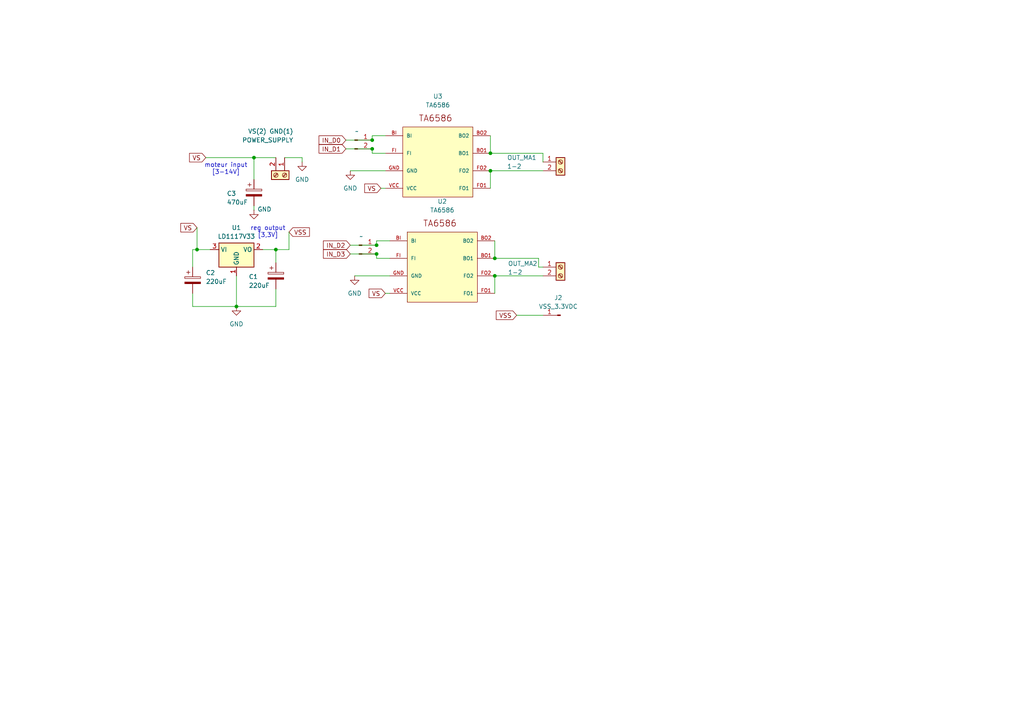
<source format=kicad_sch>
(kicad_sch
	(version 20250114)
	(generator "eeschema")
	(generator_version "9.0")
	(uuid "21393bbb-0935-40c2-9297-a94e99754b18")
	(paper "A4")
	(lib_symbols
		(symbol "Connector:Conn_01x01_Pin"
			(pin_names
				(offset 1.016)
				(hide yes)
			)
			(exclude_from_sim no)
			(in_bom yes)
			(on_board yes)
			(property "Reference" "J"
				(at 0 2.54 0)
				(effects
					(font
						(size 1.27 1.27)
					)
				)
			)
			(property "Value" "Conn_01x01_Pin"
				(at 0 -2.54 0)
				(effects
					(font
						(size 1.27 1.27)
					)
				)
			)
			(property "Footprint" ""
				(at 0 0 0)
				(effects
					(font
						(size 1.27 1.27)
					)
					(hide yes)
				)
			)
			(property "Datasheet" "~"
				(at 0 0 0)
				(effects
					(font
						(size 1.27 1.27)
					)
					(hide yes)
				)
			)
			(property "Description" "Generic connector, single row, 01x01, script generated"
				(at 0 0 0)
				(effects
					(font
						(size 1.27 1.27)
					)
					(hide yes)
				)
			)
			(property "ki_locked" ""
				(at 0 0 0)
				(effects
					(font
						(size 1.27 1.27)
					)
				)
			)
			(property "ki_keywords" "connector"
				(at 0 0 0)
				(effects
					(font
						(size 1.27 1.27)
					)
					(hide yes)
				)
			)
			(property "ki_fp_filters" "Connector*:*_1x??_*"
				(at 0 0 0)
				(effects
					(font
						(size 1.27 1.27)
					)
					(hide yes)
				)
			)
			(symbol "Conn_01x01_Pin_1_1"
				(rectangle
					(start 0.8636 0.127)
					(end 0 -0.127)
					(stroke
						(width 0.1524)
						(type default)
					)
					(fill
						(type outline)
					)
				)
				(polyline
					(pts
						(xy 1.27 0) (xy 0.8636 0)
					)
					(stroke
						(width 0.1524)
						(type default)
					)
					(fill
						(type none)
					)
				)
				(pin passive line
					(at 5.08 0 180)
					(length 3.81)
					(name "Pin_1"
						(effects
							(font
								(size 1.27 1.27)
							)
						)
					)
					(number "1"
						(effects
							(font
								(size 1.27 1.27)
							)
						)
					)
				)
			)
			(embedded_fonts no)
		)
		(symbol "Connector:Conn_01x02_Pin"
			(pin_names
				(offset 1.016)
				(hide yes)
			)
			(exclude_from_sim no)
			(in_bom yes)
			(on_board yes)
			(property "Reference" "J"
				(at 0 2.54 0)
				(effects
					(font
						(size 1.27 1.27)
					)
				)
			)
			(property "Value" "Conn_01x02_Pin"
				(at 0 -5.08 0)
				(effects
					(font
						(size 1.27 1.27)
					)
				)
			)
			(property "Footprint" ""
				(at 0 0 0)
				(effects
					(font
						(size 1.27 1.27)
					)
					(hide yes)
				)
			)
			(property "Datasheet" "~"
				(at 0 0 0)
				(effects
					(font
						(size 1.27 1.27)
					)
					(hide yes)
				)
			)
			(property "Description" "Generic connector, single row, 01x02, script generated"
				(at 0 0 0)
				(effects
					(font
						(size 1.27 1.27)
					)
					(hide yes)
				)
			)
			(property "ki_locked" ""
				(at 0 0 0)
				(effects
					(font
						(size 1.27 1.27)
					)
				)
			)
			(property "ki_keywords" "connector"
				(at 0 0 0)
				(effects
					(font
						(size 1.27 1.27)
					)
					(hide yes)
				)
			)
			(property "ki_fp_filters" "Connector*:*_1x??_*"
				(at 0 0 0)
				(effects
					(font
						(size 1.27 1.27)
					)
					(hide yes)
				)
			)
			(symbol "Conn_01x02_Pin_1_1"
				(rectangle
					(start 0.8636 0.127)
					(end 0 -0.127)
					(stroke
						(width 0.1524)
						(type default)
					)
					(fill
						(type outline)
					)
				)
				(rectangle
					(start 0.8636 -2.413)
					(end 0 -2.667)
					(stroke
						(width 0.1524)
						(type default)
					)
					(fill
						(type outline)
					)
				)
				(polyline
					(pts
						(xy 1.27 0) (xy 0.8636 0)
					)
					(stroke
						(width 0.1524)
						(type default)
					)
					(fill
						(type none)
					)
				)
				(polyline
					(pts
						(xy 1.27 -2.54) (xy 0.8636 -2.54)
					)
					(stroke
						(width 0.1524)
						(type default)
					)
					(fill
						(type none)
					)
				)
				(pin passive line
					(at 5.08 0 180)
					(length 3.81)
					(name "Pin_1"
						(effects
							(font
								(size 1.27 1.27)
							)
						)
					)
					(number "1"
						(effects
							(font
								(size 1.27 1.27)
							)
						)
					)
				)
				(pin passive line
					(at 5.08 -2.54 180)
					(length 3.81)
					(name "Pin_2"
						(effects
							(font
								(size 1.27 1.27)
							)
						)
					)
					(number "2"
						(effects
							(font
								(size 1.27 1.27)
							)
						)
					)
				)
			)
			(embedded_fonts no)
		)
		(symbol "Connector:Screw_Terminal_01x02"
			(pin_names
				(offset 1.016)
				(hide yes)
			)
			(exclude_from_sim no)
			(in_bom yes)
			(on_board yes)
			(property "Reference" "J"
				(at 0 2.54 0)
				(effects
					(font
						(size 1.27 1.27)
					)
				)
			)
			(property "Value" "Screw_Terminal_01x02"
				(at 0 -5.08 0)
				(effects
					(font
						(size 1.27 1.27)
					)
				)
			)
			(property "Footprint" ""
				(at 0 0 0)
				(effects
					(font
						(size 1.27 1.27)
					)
					(hide yes)
				)
			)
			(property "Datasheet" "~"
				(at 0 0 0)
				(effects
					(font
						(size 1.27 1.27)
					)
					(hide yes)
				)
			)
			(property "Description" "Generic screw terminal, single row, 01x02, script generated (kicad-library-utils/schlib/autogen/connector/)"
				(at 0 0 0)
				(effects
					(font
						(size 1.27 1.27)
					)
					(hide yes)
				)
			)
			(property "ki_keywords" "screw terminal"
				(at 0 0 0)
				(effects
					(font
						(size 1.27 1.27)
					)
					(hide yes)
				)
			)
			(property "ki_fp_filters" "TerminalBlock*:*"
				(at 0 0 0)
				(effects
					(font
						(size 1.27 1.27)
					)
					(hide yes)
				)
			)
			(symbol "Screw_Terminal_01x02_1_1"
				(rectangle
					(start -1.27 1.27)
					(end 1.27 -3.81)
					(stroke
						(width 0.254)
						(type default)
					)
					(fill
						(type background)
					)
				)
				(polyline
					(pts
						(xy -0.5334 0.3302) (xy 0.3302 -0.508)
					)
					(stroke
						(width 0.1524)
						(type default)
					)
					(fill
						(type none)
					)
				)
				(polyline
					(pts
						(xy -0.5334 -2.2098) (xy 0.3302 -3.048)
					)
					(stroke
						(width 0.1524)
						(type default)
					)
					(fill
						(type none)
					)
				)
				(polyline
					(pts
						(xy -0.3556 0.508) (xy 0.508 -0.3302)
					)
					(stroke
						(width 0.1524)
						(type default)
					)
					(fill
						(type none)
					)
				)
				(polyline
					(pts
						(xy -0.3556 -2.032) (xy 0.508 -2.8702)
					)
					(stroke
						(width 0.1524)
						(type default)
					)
					(fill
						(type none)
					)
				)
				(circle
					(center 0 0)
					(radius 0.635)
					(stroke
						(width 0.1524)
						(type default)
					)
					(fill
						(type none)
					)
				)
				(circle
					(center 0 -2.54)
					(radius 0.635)
					(stroke
						(width 0.1524)
						(type default)
					)
					(fill
						(type none)
					)
				)
				(pin passive line
					(at -5.08 0 0)
					(length 3.81)
					(name "Pin_1"
						(effects
							(font
								(size 1.27 1.27)
							)
						)
					)
					(number "1"
						(effects
							(font
								(size 1.27 1.27)
							)
						)
					)
				)
				(pin passive line
					(at -5.08 -2.54 0)
					(length 3.81)
					(name "Pin_2"
						(effects
							(font
								(size 1.27 1.27)
							)
						)
					)
					(number "2"
						(effects
							(font
								(size 1.27 1.27)
							)
						)
					)
				)
			)
			(embedded_fonts no)
		)
		(symbol "Device:C_Polarized"
			(pin_numbers
				(hide yes)
			)
			(pin_names
				(offset 0.254)
			)
			(exclude_from_sim no)
			(in_bom yes)
			(on_board yes)
			(property "Reference" "C"
				(at 0.635 2.54 0)
				(effects
					(font
						(size 1.27 1.27)
					)
					(justify left)
				)
			)
			(property "Value" "C_Polarized"
				(at 0.635 -2.54 0)
				(effects
					(font
						(size 1.27 1.27)
					)
					(justify left)
				)
			)
			(property "Footprint" ""
				(at 0.9652 -3.81 0)
				(effects
					(font
						(size 1.27 1.27)
					)
					(hide yes)
				)
			)
			(property "Datasheet" "~"
				(at 0 0 0)
				(effects
					(font
						(size 1.27 1.27)
					)
					(hide yes)
				)
			)
			(property "Description" "Polarized capacitor"
				(at 0 0 0)
				(effects
					(font
						(size 1.27 1.27)
					)
					(hide yes)
				)
			)
			(property "ki_keywords" "cap capacitor"
				(at 0 0 0)
				(effects
					(font
						(size 1.27 1.27)
					)
					(hide yes)
				)
			)
			(property "ki_fp_filters" "CP_*"
				(at 0 0 0)
				(effects
					(font
						(size 1.27 1.27)
					)
					(hide yes)
				)
			)
			(symbol "C_Polarized_0_1"
				(rectangle
					(start -2.286 0.508)
					(end 2.286 1.016)
					(stroke
						(width 0)
						(type default)
					)
					(fill
						(type none)
					)
				)
				(polyline
					(pts
						(xy -1.778 2.286) (xy -0.762 2.286)
					)
					(stroke
						(width 0)
						(type default)
					)
					(fill
						(type none)
					)
				)
				(polyline
					(pts
						(xy -1.27 2.794) (xy -1.27 1.778)
					)
					(stroke
						(width 0)
						(type default)
					)
					(fill
						(type none)
					)
				)
				(rectangle
					(start 2.286 -0.508)
					(end -2.286 -1.016)
					(stroke
						(width 0)
						(type default)
					)
					(fill
						(type outline)
					)
				)
			)
			(symbol "C_Polarized_1_1"
				(pin passive line
					(at 0 3.81 270)
					(length 2.794)
					(name "~"
						(effects
							(font
								(size 1.27 1.27)
							)
						)
					)
					(number "1"
						(effects
							(font
								(size 1.27 1.27)
							)
						)
					)
				)
				(pin passive line
					(at 0 -3.81 90)
					(length 2.794)
					(name "~"
						(effects
							(font
								(size 1.27 1.27)
							)
						)
					)
					(number "2"
						(effects
							(font
								(size 1.27 1.27)
							)
						)
					)
				)
			)
			(embedded_fonts no)
		)
		(symbol "Regulator_Linear:LD1117V33"
			(exclude_from_sim no)
			(in_bom yes)
			(on_board yes)
			(property "Reference" "U"
				(at -3.81 3.175 0)
				(effects
					(font
						(size 1.27 1.27)
					)
				)
			)
			(property "Value" "LD1117V33"
				(at 0 3.175 0)
				(effects
					(font
						(size 1.27 1.27)
					)
					(justify left)
				)
			)
			(property "Footprint" "Package_TO_SOT_THT:TO-220-3_Vertical"
				(at 0 5.08 0)
				(effects
					(font
						(size 1.27 1.27)
					)
					(hide yes)
				)
			)
			(property "Datasheet" "https://www.st.com/resource/en/datasheet/ld1117.pdf"
				(at 2.54 -6.35 0)
				(effects
					(font
						(size 1.27 1.27)
					)
					(hide yes)
				)
			)
			(property "Description" "800 mA Fixed Low Drop Positive Voltage Regulator (ldo). Max input 15V. Fixed Output 3.3V. TO-220-3"
				(at 0 0 0)
				(effects
					(font
						(size 1.27 1.27)
					)
					(hide yes)
				)
			)
			(property "ki_keywords" "low-dropout-regulator ldo"
				(at 0 0 0)
				(effects
					(font
						(size 1.27 1.27)
					)
					(hide yes)
				)
			)
			(property "ki_fp_filters" "*TO?220*"
				(at 0 0 0)
				(effects
					(font
						(size 1.27 1.27)
					)
					(hide yes)
				)
			)
			(symbol "LD1117V33_0_1"
				(rectangle
					(start -5.08 -5.08)
					(end 5.08 1.905)
					(stroke
						(width 0.254)
						(type default)
					)
					(fill
						(type background)
					)
				)
			)
			(symbol "LD1117V33_1_1"
				(pin power_in line
					(at -7.62 0 0)
					(length 2.54)
					(name "VI"
						(effects
							(font
								(size 1.27 1.27)
							)
						)
					)
					(number "3"
						(effects
							(font
								(size 1.27 1.27)
							)
						)
					)
				)
				(pin power_in line
					(at 0 -7.62 90)
					(length 2.54)
					(name "GND"
						(effects
							(font
								(size 1.27 1.27)
							)
						)
					)
					(number "1"
						(effects
							(font
								(size 1.27 1.27)
							)
						)
					)
				)
				(pin power_out line
					(at 7.62 0 180)
					(length 2.54)
					(name "VO"
						(effects
							(font
								(size 1.27 1.27)
							)
						)
					)
					(number "2"
						(effects
							(font
								(size 1.27 1.27)
							)
						)
					)
				)
			)
			(embedded_fonts no)
		)
		(symbol "TA6586:TA6586"
			(pin_names
				(offset 1.016)
			)
			(exclude_from_sim no)
			(in_bom yes)
			(on_board yes)
			(property "Reference" "U"
				(at 0 0 0)
				(effects
					(font
						(size 1.27 1.27)
					)
					(justify bottom)
				)
			)
			(property "Value" "TA6586"
				(at 0 0 0)
				(effects
					(font
						(size 1.27 1.27)
					)
					(justify bottom)
				)
			)
			(property "Footprint" "TA6586:TA6586-FOOTPRINT"
				(at 0 0 0)
				(effects
					(font
						(size 1.27 1.27)
					)
					(justify bottom)
					(hide yes)
				)
			)
			(property "Datasheet" ""
				(at 0 0 0)
				(effects
					(font
						(size 1.27 1.27)
					)
					(hide yes)
				)
			)
			(property "Description" ""
				(at 0 0 0)
				(effects
					(font
						(size 1.27 1.27)
					)
					(hide yes)
				)
			)
			(property "MF" "Wuxi"
				(at 0 0 0)
				(effects
					(font
						(size 1.27 1.27)
					)
					(justify bottom)
					(hide yes)
				)
			)
			(property "Description_1" "DC Bidirectional motor driving circuit"
				(at 0 0 0)
				(effects
					(font
						(size 1.27 1.27)
					)
					(justify bottom)
					(hide yes)
				)
			)
			(property "Package" "Package"
				(at 0 0 0)
				(effects
					(font
						(size 1.27 1.27)
					)
					(justify bottom)
					(hide yes)
				)
			)
			(property "Price" "None"
				(at 0 0 0)
				(effects
					(font
						(size 1.27 1.27)
					)
					(justify bottom)
					(hide yes)
				)
			)
			(property "SnapEDA_Link" "https://www.snapeda.com/parts/TA6586/Wuxi/view-part/?ref=snap"
				(at 0 0 0)
				(effects
					(font
						(size 1.27 1.27)
					)
					(justify bottom)
					(hide yes)
				)
			)
			(property "MP" "TA6586"
				(at 0 0 0)
				(effects
					(font
						(size 1.27 1.27)
					)
					(justify bottom)
					(hide yes)
				)
			)
			(property "Availability" "Not in stock"
				(at 0 0 0)
				(effects
					(font
						(size 1.27 1.27)
					)
					(justify bottom)
					(hide yes)
				)
			)
			(property "Check_prices" "https://www.snapeda.com/parts/TA6586/Wuxi/view-part/?ref=eda"
				(at 0 0 0)
				(effects
					(font
						(size 1.27 1.27)
					)
					(justify bottom)
					(hide yes)
				)
			)
			(symbol "TA6586_0_0"
				(rectangle
					(start -10.16 -10.16)
					(end 10.16 10.16)
					(stroke
						(width 0.1524)
						(type default)
					)
					(fill
						(type background)
					)
				)
				(text "TA6586 "
					(at 0 12.7 0)
					(effects
						(font
							(size 1.778 1.778)
						)
					)
				)
				(pin bidirectional line
					(at -15.24 7.62 0)
					(length 5.08)
					(name "BI"
						(effects
							(font
								(size 1.016 1.016)
							)
						)
					)
					(number "BI"
						(effects
							(font
								(size 1.016 1.016)
							)
						)
					)
				)
				(pin bidirectional line
					(at -15.24 2.54 0)
					(length 5.08)
					(name "FI"
						(effects
							(font
								(size 1.016 1.016)
							)
						)
					)
					(number "FI"
						(effects
							(font
								(size 1.016 1.016)
							)
						)
					)
				)
				(pin bidirectional line
					(at -15.24 -2.54 0)
					(length 5.08)
					(name "GND"
						(effects
							(font
								(size 1.016 1.016)
							)
						)
					)
					(number "GND"
						(effects
							(font
								(size 1.016 1.016)
							)
						)
					)
				)
				(pin bidirectional line
					(at -15.24 -7.62 0)
					(length 5.08)
					(name "VCC"
						(effects
							(font
								(size 1.016 1.016)
							)
						)
					)
					(number "VCC"
						(effects
							(font
								(size 1.016 1.016)
							)
						)
					)
				)
				(pin bidirectional line
					(at 15.24 7.62 180)
					(length 5.08)
					(name "BO2"
						(effects
							(font
								(size 1.016 1.016)
							)
						)
					)
					(number "BO2"
						(effects
							(font
								(size 1.016 1.016)
							)
						)
					)
				)
				(pin bidirectional line
					(at 15.24 2.54 180)
					(length 5.08)
					(name "BO1"
						(effects
							(font
								(size 1.016 1.016)
							)
						)
					)
					(number "BO1"
						(effects
							(font
								(size 1.016 1.016)
							)
						)
					)
				)
				(pin bidirectional line
					(at 15.24 -2.54 180)
					(length 5.08)
					(name "FO2"
						(effects
							(font
								(size 1.016 1.016)
							)
						)
					)
					(number "FO2"
						(effects
							(font
								(size 1.016 1.016)
							)
						)
					)
				)
				(pin bidirectional line
					(at 15.24 -7.62 180)
					(length 5.08)
					(name "FO1"
						(effects
							(font
								(size 1.016 1.016)
							)
						)
					)
					(number "FO1"
						(effects
							(font
								(size 1.016 1.016)
							)
						)
					)
				)
			)
			(embedded_fonts no)
		)
		(symbol "power:GND"
			(power)
			(pin_numbers
				(hide yes)
			)
			(pin_names
				(offset 0)
				(hide yes)
			)
			(exclude_from_sim no)
			(in_bom yes)
			(on_board yes)
			(property "Reference" "#PWR"
				(at 0 -6.35 0)
				(effects
					(font
						(size 1.27 1.27)
					)
					(hide yes)
				)
			)
			(property "Value" "GND"
				(at 0 -3.81 0)
				(effects
					(font
						(size 1.27 1.27)
					)
				)
			)
			(property "Footprint" ""
				(at 0 0 0)
				(effects
					(font
						(size 1.27 1.27)
					)
					(hide yes)
				)
			)
			(property "Datasheet" ""
				(at 0 0 0)
				(effects
					(font
						(size 1.27 1.27)
					)
					(hide yes)
				)
			)
			(property "Description" "Power symbol creates a global label with name \"GND\" , ground"
				(at 0 0 0)
				(effects
					(font
						(size 1.27 1.27)
					)
					(hide yes)
				)
			)
			(property "ki_keywords" "global power"
				(at 0 0 0)
				(effects
					(font
						(size 1.27 1.27)
					)
					(hide yes)
				)
			)
			(symbol "GND_0_1"
				(polyline
					(pts
						(xy 0 0) (xy 0 -1.27) (xy 1.27 -1.27) (xy 0 -2.54) (xy -1.27 -1.27) (xy 0 -1.27)
					)
					(stroke
						(width 0)
						(type default)
					)
					(fill
						(type none)
					)
				)
			)
			(symbol "GND_1_1"
				(pin power_in line
					(at 0 0 270)
					(length 0)
					(name "~"
						(effects
							(font
								(size 1.27 1.27)
							)
						)
					)
					(number "1"
						(effects
							(font
								(size 1.27 1.27)
							)
						)
					)
				)
			)
			(embedded_fonts no)
		)
	)
	(text "moteur input\n[3-14V]"
		(exclude_from_sim no)
		(at 65.532 49.022 0)
		(effects
			(font
				(size 1.27 1.27)
			)
		)
		(uuid "283f842b-9f04-4885-88bc-3b92a9ee6a81")
	)
	(text "reg output\n[3,3V]"
		(exclude_from_sim no)
		(at 77.724 67.31 0)
		(effects
			(font
				(size 1.27 1.27)
			)
		)
		(uuid "f25cdba3-dab1-4d8b-8cb5-d29cef24ad37")
	)
	(junction
		(at 109.22 73.66)
		(diameter 0)
		(color 0 0 0 0)
		(uuid "1784a5d1-7039-4fba-81bd-35d86e4db54f")
	)
	(junction
		(at 57.15 72.39)
		(diameter 0)
		(color 0 0 0 0)
		(uuid "25f976cb-5a1d-4cbd-b241-d5439ab67108")
	)
	(junction
		(at 107.95 40.64)
		(diameter 0)
		(color 0 0 0 0)
		(uuid "2d7fdb53-5fe9-4f14-b40e-273ab222d8b6")
	)
	(junction
		(at 142.24 49.53)
		(diameter 0)
		(color 0 0 0 0)
		(uuid "2dbcf5d0-17fe-48ec-a979-a326d003bef8")
	)
	(junction
		(at 143.51 80.01)
		(diameter 0)
		(color 0 0 0 0)
		(uuid "4156ddf2-cab7-44eb-8f88-5a4bb2509b5e")
	)
	(junction
		(at 143.51 74.93)
		(diameter 0)
		(color 0 0 0 0)
		(uuid "4819a21c-fa0c-40fe-9319-220218fd4a80")
	)
	(junction
		(at 80.01 72.39)
		(diameter 0)
		(color 0 0 0 0)
		(uuid "5c1a8379-ffeb-445d-942b-d0fe7bd04d08")
	)
	(junction
		(at 107.95 43.18)
		(diameter 0)
		(color 0 0 0 0)
		(uuid "9167e2ab-060d-47c4-9fff-837e60d651e0")
	)
	(junction
		(at 142.24 44.45)
		(diameter 0)
		(color 0 0 0 0)
		(uuid "a8a2dc95-acd4-48e7-9339-8dd2f76b0ecf")
	)
	(junction
		(at 109.22 71.12)
		(diameter 0)
		(color 0 0 0 0)
		(uuid "a91d7dc4-5720-433e-9d19-298abf632db9")
	)
	(junction
		(at 68.58 88.9)
		(diameter 0)
		(color 0 0 0 0)
		(uuid "d93ae316-9a01-4990-a8e5-5ea6e35aad9c")
	)
	(junction
		(at 73.66 45.72)
		(diameter 0)
		(color 0 0 0 0)
		(uuid "f3a90b9b-d4e1-428f-b163-31c7da084c82")
	)
	(wire
		(pts
			(xy 68.58 80.01) (xy 68.58 88.9)
		)
		(stroke
			(width 0)
			(type default)
		)
		(uuid "0c004058-a245-4b1c-af82-eddb32acb69e")
	)
	(wire
		(pts
			(xy 149.86 91.44) (xy 157.48 91.44)
		)
		(stroke
			(width 0)
			(type default)
		)
		(uuid "110267e1-2844-4b18-b727-3432cfbd5ca5")
	)
	(wire
		(pts
			(xy 73.66 59.69) (xy 73.66 60.96)
		)
		(stroke
			(width 0)
			(type default)
		)
		(uuid "15e1b4e9-82a3-4c32-9a7c-a14659ef7e73")
	)
	(wire
		(pts
			(xy 55.88 88.9) (xy 68.58 88.9)
		)
		(stroke
			(width 0)
			(type default)
		)
		(uuid "178f4bb1-b8ba-4c5d-b48c-a84a7106687d")
	)
	(wire
		(pts
			(xy 80.01 88.9) (xy 80.01 83.82)
		)
		(stroke
			(width 0)
			(type default)
		)
		(uuid "20162b87-ddb2-4454-b3ea-ea22c2b7ef86")
	)
	(wire
		(pts
			(xy 101.6 73.66) (xy 109.22 73.66)
		)
		(stroke
			(width 0)
			(type default)
		)
		(uuid "2cb43781-161c-4120-9bad-1d3429f8af0a")
	)
	(wire
		(pts
			(xy 107.95 39.37) (xy 107.95 40.64)
		)
		(stroke
			(width 0)
			(type default)
		)
		(uuid "34bb82bb-1be2-4164-b590-89d9e480b1ca")
	)
	(wire
		(pts
			(xy 73.66 52.07) (xy 73.66 45.72)
		)
		(stroke
			(width 0)
			(type default)
		)
		(uuid "42374b61-4e19-44e6-ace3-222302c9a52f")
	)
	(wire
		(pts
			(xy 73.66 45.72) (xy 80.01 45.72)
		)
		(stroke
			(width 0)
			(type default)
		)
		(uuid "46ffb278-ec0a-4907-9a27-22f299fe962c")
	)
	(wire
		(pts
			(xy 111.76 39.37) (xy 107.95 39.37)
		)
		(stroke
			(width 0)
			(type default)
		)
		(uuid "53c30b87-8216-4754-8913-086c7812ea31")
	)
	(wire
		(pts
			(xy 143.51 80.01) (xy 157.48 80.01)
		)
		(stroke
			(width 0)
			(type default)
		)
		(uuid "6c405291-0f44-4716-ad2b-45eb45ff4511")
	)
	(wire
		(pts
			(xy 57.15 72.39) (xy 60.96 72.39)
		)
		(stroke
			(width 0)
			(type default)
		)
		(uuid "71a8b7ee-31c4-402c-a735-579a9a558546")
	)
	(wire
		(pts
			(xy 143.51 80.01) (xy 143.51 85.09)
		)
		(stroke
			(width 0)
			(type default)
		)
		(uuid "770f7da7-9596-4a9e-876a-d2f664811959")
	)
	(wire
		(pts
			(xy 143.51 69.85) (xy 143.51 74.93)
		)
		(stroke
			(width 0)
			(type default)
		)
		(uuid "7c8b919d-2c4d-4fe6-aaaa-1dd9b5f5838f")
	)
	(wire
		(pts
			(xy 142.24 49.53) (xy 157.48 49.53)
		)
		(stroke
			(width 0)
			(type default)
		)
		(uuid "7dfa1e2f-bab3-4493-956a-0765e2ae39f3")
	)
	(wire
		(pts
			(xy 59.69 45.72) (xy 73.66 45.72)
		)
		(stroke
			(width 0)
			(type default)
		)
		(uuid "7e8c9d38-8d28-434b-a2b1-eaf86af8833e")
	)
	(wire
		(pts
			(xy 87.63 45.72) (xy 87.63 46.99)
		)
		(stroke
			(width 0)
			(type default)
		)
		(uuid "95441135-e3bd-461d-b093-870a2f5d205a")
	)
	(wire
		(pts
			(xy 101.6 71.12) (xy 109.22 71.12)
		)
		(stroke
			(width 0)
			(type default)
		)
		(uuid "95697af3-2010-43f3-8309-3c12c65ef8aa")
	)
	(wire
		(pts
			(xy 157.48 44.45) (xy 157.48 46.99)
		)
		(stroke
			(width 0)
			(type default)
		)
		(uuid "96627f7e-3d5c-4854-bff4-c9abf8d81989")
	)
	(wire
		(pts
			(xy 142.24 39.37) (xy 142.24 44.45)
		)
		(stroke
			(width 0)
			(type default)
		)
		(uuid "a42e11f9-3100-46ad-bee5-607d8c52ce5e")
	)
	(wire
		(pts
			(xy 156.21 77.47) (xy 157.48 77.47)
		)
		(stroke
			(width 0)
			(type default)
		)
		(uuid "a9fbc8e6-d1bf-494e-af03-a708ba4f2a02")
	)
	(wire
		(pts
			(xy 113.03 74.93) (xy 109.22 74.93)
		)
		(stroke
			(width 0)
			(type default)
		)
		(uuid "ad4b421c-df51-467e-be09-c52071197947")
	)
	(wire
		(pts
			(xy 57.15 66.04) (xy 57.15 72.39)
		)
		(stroke
			(width 0)
			(type default)
		)
		(uuid "ae1e1754-d6f9-4ffa-83d1-83be98a77f0f")
	)
	(wire
		(pts
			(xy 109.22 69.85) (xy 109.22 71.12)
		)
		(stroke
			(width 0)
			(type default)
		)
		(uuid "ae9981ec-715b-4f5b-838e-8f9eca79e710")
	)
	(wire
		(pts
			(xy 80.01 76.2) (xy 80.01 72.39)
		)
		(stroke
			(width 0)
			(type default)
		)
		(uuid "bcf08480-5751-45e0-b7e0-050cf14525a4")
	)
	(wire
		(pts
			(xy 82.55 45.72) (xy 87.63 45.72)
		)
		(stroke
			(width 0)
			(type default)
		)
		(uuid "be1d4095-8a1a-4a50-ab3e-e3e2433a107d")
	)
	(wire
		(pts
			(xy 142.24 49.53) (xy 142.24 54.61)
		)
		(stroke
			(width 0)
			(type default)
		)
		(uuid "c23053ca-1345-40fe-ad6b-5fae940ae4e0")
	)
	(wire
		(pts
			(xy 100.33 40.64) (xy 107.95 40.64)
		)
		(stroke
			(width 0)
			(type default)
		)
		(uuid "ca746710-3e12-4754-9f19-6ef85ad91f4f")
	)
	(wire
		(pts
			(xy 55.88 72.39) (xy 57.15 72.39)
		)
		(stroke
			(width 0)
			(type default)
		)
		(uuid "ccaf47da-44df-4260-ad09-f4613d281428")
	)
	(wire
		(pts
			(xy 102.87 80.01) (xy 113.03 80.01)
		)
		(stroke
			(width 0)
			(type default)
		)
		(uuid "d1f53423-f475-46ed-ade2-d3945575fa4a")
	)
	(wire
		(pts
			(xy 110.49 54.61) (xy 111.76 54.61)
		)
		(stroke
			(width 0)
			(type default)
		)
		(uuid "d41c455d-8ecd-4017-80ac-6ece9d0052fe")
	)
	(wire
		(pts
			(xy 156.21 74.93) (xy 143.51 74.93)
		)
		(stroke
			(width 0)
			(type default)
		)
		(uuid "d41f0d32-1c7a-4a20-b046-f05a8748a446")
	)
	(wire
		(pts
			(xy 142.24 44.45) (xy 157.48 44.45)
		)
		(stroke
			(width 0)
			(type default)
		)
		(uuid "d440d3e8-9608-4e3b-a7e7-37d7e6a2648e")
	)
	(wire
		(pts
			(xy 68.58 88.9) (xy 80.01 88.9)
		)
		(stroke
			(width 0)
			(type default)
		)
		(uuid "df0c1c38-2fb6-4bbd-9872-7728f3ecfa02")
	)
	(wire
		(pts
			(xy 111.76 85.09) (xy 113.03 85.09)
		)
		(stroke
			(width 0)
			(type default)
		)
		(uuid "df3dda2c-ca44-420c-9a6b-80d28ffc20d9")
	)
	(wire
		(pts
			(xy 156.21 77.47) (xy 156.21 74.93)
		)
		(stroke
			(width 0)
			(type default)
		)
		(uuid "e0a77081-3375-4276-bcdb-2c2ed1414f95")
	)
	(wire
		(pts
			(xy 55.88 85.09) (xy 55.88 88.9)
		)
		(stroke
			(width 0)
			(type default)
		)
		(uuid "e5e54ec5-b8b6-4134-bd45-800dd9b9551c")
	)
	(wire
		(pts
			(xy 107.95 44.45) (xy 107.95 43.18)
		)
		(stroke
			(width 0)
			(type default)
		)
		(uuid "e8f50297-2d23-43e4-af23-786114742b78")
	)
	(wire
		(pts
			(xy 100.33 43.18) (xy 107.95 43.18)
		)
		(stroke
			(width 0)
			(type default)
		)
		(uuid "ea052965-15c2-4002-bf7f-6f99626372e6")
	)
	(wire
		(pts
			(xy 55.88 77.47) (xy 55.88 72.39)
		)
		(stroke
			(width 0)
			(type default)
		)
		(uuid "ea140a16-4d5b-437d-ad26-9ba06f1467fc")
	)
	(wire
		(pts
			(xy 101.6 49.53) (xy 111.76 49.53)
		)
		(stroke
			(width 0)
			(type default)
		)
		(uuid "f35546cf-325c-4afd-b569-42da34571f2c")
	)
	(wire
		(pts
			(xy 111.76 44.45) (xy 107.95 44.45)
		)
		(stroke
			(width 0)
			(type default)
		)
		(uuid "f724fc8e-00ba-428a-aa89-ce5ef7b5df04")
	)
	(wire
		(pts
			(xy 80.01 72.39) (xy 76.2 72.39)
		)
		(stroke
			(width 0)
			(type default)
		)
		(uuid "f80784cd-e5c2-44b4-a7c6-98e44c12ed36")
	)
	(wire
		(pts
			(xy 113.03 69.85) (xy 109.22 69.85)
		)
		(stroke
			(width 0)
			(type default)
		)
		(uuid "f816ca89-088d-4334-81e1-c60dc6d2cbc3")
	)
	(wire
		(pts
			(xy 83.82 72.39) (xy 80.01 72.39)
		)
		(stroke
			(width 0)
			(type default)
		)
		(uuid "fb512793-8c2b-4617-910f-7e3fb0443d39")
	)
	(wire
		(pts
			(xy 109.22 74.93) (xy 109.22 73.66)
		)
		(stroke
			(width 0)
			(type default)
		)
		(uuid "fd328178-f669-4434-8620-b9b555b63d09")
	)
	(wire
		(pts
			(xy 83.82 67.31) (xy 83.82 72.39)
		)
		(stroke
			(width 0)
			(type default)
		)
		(uuid "fddd26c7-cb85-44a6-9efb-9deb166ace3e")
	)
	(global_label "VSS"
		(shape input)
		(at 149.86 91.44 180)
		(fields_autoplaced yes)
		(effects
			(font
				(size 1.27 1.27)
			)
			(justify right)
		)
		(uuid "1cf88207-2047-4dbe-8968-93c4e933999d")
		(property "Intersheetrefs" "${INTERSHEET_REFS}"
			(at 143.3672 91.44 0)
			(effects
				(font
					(size 1.27 1.27)
				)
				(justify right)
				(hide yes)
			)
		)
	)
	(global_label "VSS"
		(shape input)
		(at 83.82 67.31 0)
		(fields_autoplaced yes)
		(effects
			(font
				(size 1.27 1.27)
			)
			(justify left)
		)
		(uuid "4aadd167-7b49-4c2f-960d-369d4b6d2d01")
		(property "Intersheetrefs" "${INTERSHEET_REFS}"
			(at 90.3128 67.31 0)
			(effects
				(font
					(size 1.27 1.27)
				)
				(justify left)
				(hide yes)
			)
		)
	)
	(global_label "VS"
		(shape input)
		(at 110.49 54.61 180)
		(fields_autoplaced yes)
		(effects
			(font
				(size 1.27 1.27)
			)
			(justify right)
		)
		(uuid "5aed217f-938d-49f3-8e9d-328246f88878")
		(property "Intersheetrefs" "${INTERSHEET_REFS}"
			(at 105.2067 54.61 0)
			(effects
				(font
					(size 1.27 1.27)
				)
				(justify right)
				(hide yes)
			)
		)
	)
	(global_label "IN_D1"
		(shape input)
		(at 100.33 43.18 180)
		(fields_autoplaced yes)
		(effects
			(font
				(size 1.27 1.27)
			)
			(justify right)
		)
		(uuid "60a03e5c-88cc-4fbc-afb6-790f55556ec1")
		(property "Intersheetrefs" "${INTERSHEET_REFS}"
			(at 91.9624 43.18 0)
			(effects
				(font
					(size 1.27 1.27)
				)
				(justify right)
				(hide yes)
			)
		)
	)
	(global_label "IN_D3"
		(shape input)
		(at 101.6 73.66 180)
		(fields_autoplaced yes)
		(effects
			(font
				(size 1.27 1.27)
			)
			(justify right)
		)
		(uuid "63b00f1d-ce62-4cf3-8828-0fef96c72842")
		(property "Intersheetrefs" "${INTERSHEET_REFS}"
			(at 93.2324 73.66 0)
			(effects
				(font
					(size 1.27 1.27)
				)
				(justify right)
				(hide yes)
			)
		)
	)
	(global_label "VS"
		(shape input)
		(at 111.76 85.09 180)
		(fields_autoplaced yes)
		(effects
			(font
				(size 1.27 1.27)
			)
			(justify right)
		)
		(uuid "c01f518d-d6a9-4d30-99d8-51d6cd3f9eb1")
		(property "Intersheetrefs" "${INTERSHEET_REFS}"
			(at 106.4767 85.09 0)
			(effects
				(font
					(size 1.27 1.27)
				)
				(justify right)
				(hide yes)
			)
		)
	)
	(global_label "VS"
		(shape input)
		(at 59.69 45.72 180)
		(fields_autoplaced yes)
		(effects
			(font
				(size 1.27 1.27)
			)
			(justify right)
		)
		(uuid "d239fbee-b382-4173-95dd-e45408641429")
		(property "Intersheetrefs" "${INTERSHEET_REFS}"
			(at 54.4067 45.72 0)
			(effects
				(font
					(size 1.27 1.27)
				)
				(justify right)
				(hide yes)
			)
		)
	)
	(global_label "IN_D0"
		(shape input)
		(at 100.33 40.64 180)
		(fields_autoplaced yes)
		(effects
			(font
				(size 1.27 1.27)
			)
			(justify right)
		)
		(uuid "da41103b-503f-4ffb-9dca-e722ab85938a")
		(property "Intersheetrefs" "${INTERSHEET_REFS}"
			(at 91.9624 40.64 0)
			(effects
				(font
					(size 1.27 1.27)
				)
				(justify right)
				(hide yes)
			)
		)
	)
	(global_label "VS"
		(shape input)
		(at 57.15 66.04 180)
		(fields_autoplaced yes)
		(effects
			(font
				(size 1.27 1.27)
			)
			(justify right)
		)
		(uuid "edd3a368-c71d-4758-bf38-b156483bc968")
		(property "Intersheetrefs" "${INTERSHEET_REFS}"
			(at 51.8667 66.04 0)
			(effects
				(font
					(size 1.27 1.27)
				)
				(justify right)
				(hide yes)
			)
		)
	)
	(global_label "IN_D2"
		(shape input)
		(at 101.6 71.12 180)
		(fields_autoplaced yes)
		(effects
			(font
				(size 1.27 1.27)
			)
			(justify right)
		)
		(uuid "efbd95d3-bfa2-495f-9659-4bfa1b4730ed")
		(property "Intersheetrefs" "${INTERSHEET_REFS}"
			(at 93.2324 71.12 0)
			(effects
				(font
					(size 1.27 1.27)
				)
				(justify right)
				(hide yes)
			)
		)
	)
	(symbol
		(lib_id "Device:C_Polarized")
		(at 73.66 55.88 0)
		(unit 1)
		(exclude_from_sim no)
		(in_bom yes)
		(on_board yes)
		(dnp no)
		(uuid "00160798-6fb3-44ac-833c-6f7dd21a337f")
		(property "Reference" "C3"
			(at 65.786 56.134 0)
			(effects
				(font
					(size 1.27 1.27)
				)
				(justify left)
			)
		)
		(property "Value" "470uF"
			(at 65.786 58.674 0)
			(effects
				(font
					(size 1.27 1.27)
				)
				(justify left)
			)
		)
		(property "Footprint" ""
			(at 74.6252 59.69 0)
			(effects
				(font
					(size 1.27 1.27)
				)
				(hide yes)
			)
		)
		(property "Datasheet" "~"
			(at 73.66 55.88 0)
			(effects
				(font
					(size 1.27 1.27)
				)
				(hide yes)
			)
		)
		(property "Description" "Polarized capacitor"
			(at 73.66 55.88 0)
			(effects
				(font
					(size 1.27 1.27)
				)
				(hide yes)
			)
		)
		(pin "1"
			(uuid "214cafca-87cb-47e5-b04e-e5d86e6405b4")
		)
		(pin "2"
			(uuid "ab1c5855-609e-42e6-8533-86d3e596fb83")
		)
		(instances
			(project "Pont-H-TA6586_vide"
				(path "/21393bbb-0935-40c2-9297-a94e99754b18"
					(reference "C3")
					(unit 1)
				)
			)
		)
	)
	(symbol
		(lib_id "Device:C_Polarized")
		(at 80.01 80.01 0)
		(unit 1)
		(exclude_from_sim no)
		(in_bom yes)
		(on_board yes)
		(dnp no)
		(uuid "04ee550e-f63c-4231-a69d-a48d0913c3a5")
		(property "Reference" "C1"
			(at 72.136 80.264 0)
			(effects
				(font
					(size 1.27 1.27)
				)
				(justify left)
			)
		)
		(property "Value" "220uF"
			(at 72.136 82.804 0)
			(effects
				(font
					(size 1.27 1.27)
				)
				(justify left)
			)
		)
		(property "Footprint" ""
			(at 80.9752 83.82 0)
			(effects
				(font
					(size 1.27 1.27)
				)
				(hide yes)
			)
		)
		(property "Datasheet" "~"
			(at 80.01 80.01 0)
			(effects
				(font
					(size 1.27 1.27)
				)
				(hide yes)
			)
		)
		(property "Description" "Polarized capacitor"
			(at 80.01 80.01 0)
			(effects
				(font
					(size 1.27 1.27)
				)
				(hide yes)
			)
		)
		(pin "1"
			(uuid "d9c75456-aa02-4f7a-94cb-6958ce008e72")
		)
		(pin "2"
			(uuid "6c74af18-55b8-46f1-a63d-ae63e370bfd1")
		)
		(instances
			(project "Pont-H-TA6586_vide"
				(path "/21393bbb-0935-40c2-9297-a94e99754b18"
					(reference "C1")
					(unit 1)
				)
			)
		)
	)
	(symbol
		(lib_id "Connector:Screw_Terminal_01x02")
		(at 162.56 77.47 0)
		(unit 1)
		(exclude_from_sim no)
		(in_bom yes)
		(on_board yes)
		(dnp no)
		(uuid "303ae9a3-8588-4742-bd59-b59b3be7c572")
		(property "Reference" "OUT_MA2"
			(at 147.32 76.454 0)
			(effects
				(font
					(size 1.27 1.27)
				)
				(justify left)
			)
		)
		(property "Value" "1-2"
			(at 147.32 78.9939 0)
			(effects
				(font
					(size 1.27 1.27)
				)
				(justify left)
			)
		)
		(property "Footprint" ""
			(at 162.56 77.47 0)
			(effects
				(font
					(size 1.27 1.27)
				)
				(hide yes)
			)
		)
		(property "Datasheet" "~"
			(at 162.56 77.47 0)
			(effects
				(font
					(size 1.27 1.27)
				)
				(hide yes)
			)
		)
		(property "Description" "Generic screw terminal, single row, 01x02, script generated (kicad-library-utils/schlib/autogen/connector/)"
			(at 162.56 77.47 0)
			(effects
				(font
					(size 1.27 1.27)
				)
				(hide yes)
			)
		)
		(pin "2"
			(uuid "e58942f7-ca5b-4a2f-a6b7-cb52ed6cabb2")
		)
		(pin "1"
			(uuid "8eaab0fd-50b6-46f3-b636-41967ba7234e")
		)
		(instances
			(project "Pont-H-TA6586_vide"
				(path "/21393bbb-0935-40c2-9297-a94e99754b18"
					(reference "OUT_MA2")
					(unit 1)
				)
			)
		)
	)
	(symbol
		(lib_id "power:GND")
		(at 102.87 80.01 0)
		(unit 1)
		(exclude_from_sim no)
		(in_bom yes)
		(on_board yes)
		(dnp no)
		(fields_autoplaced yes)
		(uuid "3ab9c27e-b97c-497c-b468-9bf0145f386e")
		(property "Reference" "#PWR01"
			(at 102.87 86.36 0)
			(effects
				(font
					(size 1.27 1.27)
				)
				(hide yes)
			)
		)
		(property "Value" "GND"
			(at 102.87 85.09 0)
			(effects
				(font
					(size 1.27 1.27)
				)
			)
		)
		(property "Footprint" ""
			(at 102.87 80.01 0)
			(effects
				(font
					(size 1.27 1.27)
				)
				(hide yes)
			)
		)
		(property "Datasheet" ""
			(at 102.87 80.01 0)
			(effects
				(font
					(size 1.27 1.27)
				)
				(hide yes)
			)
		)
		(property "Description" "Power symbol creates a global label with name \"GND\" , ground"
			(at 102.87 80.01 0)
			(effects
				(font
					(size 1.27 1.27)
				)
				(hide yes)
			)
		)
		(pin "1"
			(uuid "910c8752-6f1f-4163-bc26-4f04c4bcf2d3")
		)
		(instances
			(project "Pont-H-TA6586_vide"
				(path "/21393bbb-0935-40c2-9297-a94e99754b18"
					(reference "#PWR01")
					(unit 1)
				)
			)
		)
	)
	(symbol
		(lib_id "Regulator_Linear:LD1117V33")
		(at 68.58 72.39 0)
		(unit 1)
		(exclude_from_sim no)
		(in_bom yes)
		(on_board yes)
		(dnp no)
		(fields_autoplaced yes)
		(uuid "426a6ee7-c8ef-4077-b743-ba2939a7e9ba")
		(property "Reference" "U1"
			(at 68.58 66.04 0)
			(effects
				(font
					(size 1.27 1.27)
				)
			)
		)
		(property "Value" "LD1117V33"
			(at 68.58 68.58 0)
			(effects
				(font
					(size 1.27 1.27)
				)
			)
		)
		(property "Footprint" "Package_TO_SOT_THT:TO-220-3_Vertical"
			(at 68.58 67.31 0)
			(effects
				(font
					(size 1.27 1.27)
				)
				(hide yes)
			)
		)
		(property "Datasheet" "https://www.st.com/resource/en/datasheet/ld1117.pdf"
			(at 71.12 78.74 0)
			(effects
				(font
					(size 1.27 1.27)
				)
				(hide yes)
			)
		)
		(property "Description" "800 mA Fixed Low Drop Positive Voltage Regulator (ldo). Max input 15V. Fixed Output 3.3V. TO-220-3"
			(at 68.58 72.39 0)
			(effects
				(font
					(size 1.27 1.27)
				)
				(hide yes)
			)
		)
		(pin "1"
			(uuid "2675d684-102f-46fc-b1ea-dec7f94644fc")
		)
		(pin "2"
			(uuid "bb1aab7f-36d0-4f2b-88fd-3496127aee31")
		)
		(pin "3"
			(uuid "e82d6b9d-e929-4f09-939d-184877c98eba")
		)
		(instances
			(project "Pont-H-TA6586_vide"
				(path "/21393bbb-0935-40c2-9297-a94e99754b18"
					(reference "U1")
					(unit 1)
				)
			)
		)
	)
	(symbol
		(lib_id "Connector:Conn_01x02_Pin")
		(at 104.14 71.12 0)
		(unit 1)
		(exclude_from_sim no)
		(in_bom yes)
		(on_board yes)
		(dnp no)
		(uuid "97c4c8c4-0560-4478-9569-4636a7993e28")
		(property "Reference" "CONTROL_INPUTS_3"
			(at 105.156 67.31 0)
			(effects
				(font
					(size 1.27 1.27)
				)
				(hide yes)
			)
		)
		(property "Value" "~"
			(at 104.775 68.58 0)
			(effects
				(font
					(size 1.27 1.27)
				)
			)
		)
		(property "Footprint" ""
			(at 104.14 71.12 0)
			(effects
				(font
					(size 1.27 1.27)
				)
				(hide yes)
			)
		)
		(property "Datasheet" "~"
			(at 104.14 71.12 0)
			(effects
				(font
					(size 1.27 1.27)
				)
				(hide yes)
			)
		)
		(property "Description" "Generic connector, single row, 01x02, script generated"
			(at 104.14 71.12 0)
			(effects
				(font
					(size 1.27 1.27)
				)
				(hide yes)
			)
		)
		(pin "1"
			(uuid "1f996b93-4116-4c9e-9c66-b14d915bd531")
		)
		(pin "2"
			(uuid "ecefbd21-a0cd-41b5-a0f8-161c7fdec92f")
		)
		(instances
			(project "Pont-H-TA6586_vide"
				(path "/21393bbb-0935-40c2-9297-a94e99754b18"
					(reference "CONTROL_INPUTS_3")
					(unit 1)
				)
			)
		)
	)
	(symbol
		(lib_id "Connector:Screw_Terminal_01x02")
		(at 162.56 46.99 0)
		(unit 1)
		(exclude_from_sim no)
		(in_bom yes)
		(on_board yes)
		(dnp no)
		(uuid "9ca9a29b-6c23-4e05-a730-a12d9001fdb1")
		(property "Reference" "OUT_MA1"
			(at 147.066 45.72 0)
			(effects
				(font
					(size 1.27 1.27)
				)
				(justify left)
			)
		)
		(property "Value" "1-2"
			(at 147.066 48.2599 0)
			(effects
				(font
					(size 1.27 1.27)
				)
				(justify left)
			)
		)
		(property "Footprint" ""
			(at 162.56 46.99 0)
			(effects
				(font
					(size 1.27 1.27)
				)
				(hide yes)
			)
		)
		(property "Datasheet" "~"
			(at 162.56 46.99 0)
			(effects
				(font
					(size 1.27 1.27)
				)
				(hide yes)
			)
		)
		(property "Description" "Generic screw terminal, single row, 01x02, script generated (kicad-library-utils/schlib/autogen/connector/)"
			(at 162.56 46.99 0)
			(effects
				(font
					(size 1.27 1.27)
				)
				(hide yes)
			)
		)
		(pin "2"
			(uuid "833d6b7c-5fc8-498a-87bb-a5fa2b4d0605")
		)
		(pin "1"
			(uuid "abde44b1-0d5a-46a9-99bc-9e873bd80cce")
		)
		(instances
			(project "Pont-H-TA6586_vide"
				(path "/21393bbb-0935-40c2-9297-a94e99754b18"
					(reference "OUT_MA1")
					(unit 1)
				)
			)
		)
	)
	(symbol
		(lib_id "power:GND")
		(at 101.6 49.53 0)
		(unit 1)
		(exclude_from_sim no)
		(in_bom yes)
		(on_board yes)
		(dnp no)
		(fields_autoplaced yes)
		(uuid "afa4eb1f-7fde-4a8f-9363-24789bc4efb6")
		(property "Reference" "#PWR04"
			(at 101.6 55.88 0)
			(effects
				(font
					(size 1.27 1.27)
				)
				(hide yes)
			)
		)
		(property "Value" "GND"
			(at 101.6 54.61 0)
			(effects
				(font
					(size 1.27 1.27)
				)
			)
		)
		(property "Footprint" ""
			(at 101.6 49.53 0)
			(effects
				(font
					(size 1.27 1.27)
				)
				(hide yes)
			)
		)
		(property "Datasheet" ""
			(at 101.6 49.53 0)
			(effects
				(font
					(size 1.27 1.27)
				)
				(hide yes)
			)
		)
		(property "Description" "Power symbol creates a global label with name \"GND\" , ground"
			(at 101.6 49.53 0)
			(effects
				(font
					(size 1.27 1.27)
				)
				(hide yes)
			)
		)
		(pin "1"
			(uuid "b246fa2b-3567-4b28-b54a-c1ec3e67d47e")
		)
		(instances
			(project "Pont-H-TA6586_vide"
				(path "/21393bbb-0935-40c2-9297-a94e99754b18"
					(reference "#PWR04")
					(unit 1)
				)
			)
		)
	)
	(symbol
		(lib_id "power:GND")
		(at 73.66 60.96 0)
		(unit 1)
		(exclude_from_sim no)
		(in_bom yes)
		(on_board yes)
		(dnp no)
		(uuid "b3eef4dc-1213-4b28-8733-3d3f4fff9037")
		(property "Reference" "#PWR07"
			(at 73.66 67.31 0)
			(effects
				(font
					(size 1.27 1.27)
				)
				(hide yes)
			)
		)
		(property "Value" "GND"
			(at 76.708 60.706 0)
			(effects
				(font
					(size 1.27 1.27)
				)
			)
		)
		(property "Footprint" ""
			(at 73.66 60.96 0)
			(effects
				(font
					(size 1.27 1.27)
				)
				(hide yes)
			)
		)
		(property "Datasheet" ""
			(at 73.66 60.96 0)
			(effects
				(font
					(size 1.27 1.27)
				)
				(hide yes)
			)
		)
		(property "Description" "Power symbol creates a global label with name \"GND\" , ground"
			(at 73.66 60.96 0)
			(effects
				(font
					(size 1.27 1.27)
				)
				(hide yes)
			)
		)
		(pin "1"
			(uuid "60ee95cd-1000-4622-b191-6f9451bbd576")
		)
		(instances
			(project "Pont-H-TA6586_vide"
				(path "/21393bbb-0935-40c2-9297-a94e99754b18"
					(reference "#PWR07")
					(unit 1)
				)
			)
		)
	)
	(symbol
		(lib_id "TA6586:TA6586")
		(at 127 46.99 0)
		(unit 1)
		(exclude_from_sim no)
		(in_bom yes)
		(on_board yes)
		(dnp no)
		(fields_autoplaced yes)
		(uuid "becfdb0f-66b6-43da-a13d-092d80086755")
		(property "Reference" "U3"
			(at 127 27.94 0)
			(effects
				(font
					(size 1.27 1.27)
				)
			)
		)
		(property "Value" "TA6586"
			(at 127 30.48 0)
			(effects
				(font
					(size 1.27 1.27)
				)
			)
		)
		(property "Footprint" "TA6586:TA6586-FOOTPRINT"
			(at 127 46.99 0)
			(effects
				(font
					(size 1.27 1.27)
				)
				(justify bottom)
				(hide yes)
			)
		)
		(property "Datasheet" ""
			(at 127 46.99 0)
			(effects
				(font
					(size 1.27 1.27)
				)
				(hide yes)
			)
		)
		(property "Description" ""
			(at 127 46.99 0)
			(effects
				(font
					(size 1.27 1.27)
				)
				(hide yes)
			)
		)
		(property "MF" "Wuxi"
			(at 127 46.99 0)
			(effects
				(font
					(size 1.27 1.27)
				)
				(justify bottom)
				(hide yes)
			)
		)
		(property "Description_1" "DC Bidirectional motor driving circuit"
			(at 127 46.99 0)
			(effects
				(font
					(size 1.27 1.27)
				)
				(justify bottom)
				(hide yes)
			)
		)
		(property "Package" "Package"
			(at 127 46.99 0)
			(effects
				(font
					(size 1.27 1.27)
				)
				(justify bottom)
				(hide yes)
			)
		)
		(property "Price" "None"
			(at 127 46.99 0)
			(effects
				(font
					(size 1.27 1.27)
				)
				(justify bottom)
				(hide yes)
			)
		)
		(property "SnapEDA_Link" "https://www.snapeda.com/parts/TA6586/Wuxi/view-part/?ref=snap"
			(at 127 46.99 0)
			(effects
				(font
					(size 1.27 1.27)
				)
				(justify bottom)
				(hide yes)
			)
		)
		(property "MP" "TA6586"
			(at 127 46.99 0)
			(effects
				(font
					(size 1.27 1.27)
				)
				(justify bottom)
				(hide yes)
			)
		)
		(property "Availability" "Not in stock"
			(at 127 46.99 0)
			(effects
				(font
					(size 1.27 1.27)
				)
				(justify bottom)
				(hide yes)
			)
		)
		(property "Check_prices" "https://www.snapeda.com/parts/TA6586/Wuxi/view-part/?ref=eda"
			(at 127 46.99 0)
			(effects
				(font
					(size 1.27 1.27)
				)
				(justify bottom)
				(hide yes)
			)
		)
		(pin "FI"
			(uuid "ed103dd2-4377-4037-9af3-7f5ecf01c75c")
		)
		(pin "GND"
			(uuid "d55a34a5-fb3e-4fd2-8ad0-7dee4c98ce51")
		)
		(pin "VCC"
			(uuid "85c9aa4f-9019-47ab-b6d0-6ae929f54dc3")
		)
		(pin "FO2"
			(uuid "a9ffe304-eca5-44a9-8cd4-be05b83df5d0")
		)
		(pin "FO1"
			(uuid "48211f82-f19b-4f8f-a7c4-54b0bb36b81c")
		)
		(pin "BI"
			(uuid "ae41388f-2509-45bc-bbf4-0b5c6357fe3c")
		)
		(pin "BO2"
			(uuid "cdad1221-be40-4344-8e2f-72b8178862fd")
		)
		(pin "BO1"
			(uuid "9f7717bc-4395-4919-80fc-4e1edb3c7260")
		)
		(instances
			(project "Pont-H-TA6586_vide"
				(path "/21393bbb-0935-40c2-9297-a94e99754b18"
					(reference "U3")
					(unit 1)
				)
			)
		)
	)
	(symbol
		(lib_id "power:GND")
		(at 87.63 46.99 0)
		(unit 1)
		(exclude_from_sim no)
		(in_bom yes)
		(on_board yes)
		(dnp no)
		(fields_autoplaced yes)
		(uuid "bfe099d7-070e-46ba-8031-7131f5a6ae9f")
		(property "Reference" "#PWR03"
			(at 87.63 53.34 0)
			(effects
				(font
					(size 1.27 1.27)
				)
				(hide yes)
			)
		)
		(property "Value" "GND"
			(at 87.63 52.07 0)
			(effects
				(font
					(size 1.27 1.27)
				)
			)
		)
		(property "Footprint" ""
			(at 87.63 46.99 0)
			(effects
				(font
					(size 1.27 1.27)
				)
				(hide yes)
			)
		)
		(property "Datasheet" ""
			(at 87.63 46.99 0)
			(effects
				(font
					(size 1.27 1.27)
				)
				(hide yes)
			)
		)
		(property "Description" "Power symbol creates a global label with name \"GND\" , ground"
			(at 87.63 46.99 0)
			(effects
				(font
					(size 1.27 1.27)
				)
				(hide yes)
			)
		)
		(pin "1"
			(uuid "0c5bfde0-f978-4104-a718-e9337dedcc24")
		)
		(instances
			(project "Pont-H-TA6586_vide"
				(path "/21393bbb-0935-40c2-9297-a94e99754b18"
					(reference "#PWR03")
					(unit 1)
				)
			)
		)
	)
	(symbol
		(lib_id "Connector:Screw_Terminal_01x02")
		(at 82.55 50.8 270)
		(unit 1)
		(exclude_from_sim no)
		(in_bom yes)
		(on_board yes)
		(dnp no)
		(uuid "c2f6a926-052d-48e0-ab13-2ad4ed9140a8")
		(property "Reference" "POWER_SUPPLY"
			(at 85.09 40.64 90)
			(effects
				(font
					(size 1.27 1.27)
				)
				(justify right)
			)
		)
		(property "Value" "VS(2) GND(1)"
			(at 85.09 38.1 90)
			(effects
				(font
					(size 1.27 1.27)
				)
				(justify right)
			)
		)
		(property "Footprint" ""
			(at 82.55 50.8 0)
			(effects
				(font
					(size 1.27 1.27)
				)
				(hide yes)
			)
		)
		(property "Datasheet" "~"
			(at 82.55 50.8 0)
			(effects
				(font
					(size 1.27 1.27)
				)
				(hide yes)
			)
		)
		(property "Description" "Generic screw terminal, single row, 01x02, script generated (kicad-library-utils/schlib/autogen/connector/)"
			(at 82.55 50.8 0)
			(effects
				(font
					(size 1.27 1.27)
				)
				(hide yes)
			)
		)
		(pin "2"
			(uuid "dbe71eaa-eca4-4181-a304-7af80a7679d4")
		)
		(pin "1"
			(uuid "3a8e1716-d7c4-403b-9c50-b7ac9538ac06")
		)
		(instances
			(project "Pont-H-TA6586_vide"
				(path "/21393bbb-0935-40c2-9297-a94e99754b18"
					(reference "POWER_SUPPLY")
					(unit 1)
				)
			)
		)
	)
	(symbol
		(lib_id "Connector:Conn_01x01_Pin")
		(at 162.56 91.44 180)
		(unit 1)
		(exclude_from_sim no)
		(in_bom yes)
		(on_board yes)
		(dnp no)
		(fields_autoplaced yes)
		(uuid "c38b0be0-9cdb-4718-a8b2-bb6035361caa")
		(property "Reference" "J2"
			(at 161.925 86.36 0)
			(effects
				(font
					(size 1.27 1.27)
				)
			)
		)
		(property "Value" "VSS_3.3VDC"
			(at 161.925 88.9 0)
			(effects
				(font
					(size 1.27 1.27)
				)
			)
		)
		(property "Footprint" ""
			(at 162.56 91.44 0)
			(effects
				(font
					(size 1.27 1.27)
				)
				(hide yes)
			)
		)
		(property "Datasheet" "~"
			(at 162.56 91.44 0)
			(effects
				(font
					(size 1.27 1.27)
				)
				(hide yes)
			)
		)
		(property "Description" "Generic connector, single row, 01x01, script generated"
			(at 162.56 91.44 0)
			(effects
				(font
					(size 1.27 1.27)
				)
				(hide yes)
			)
		)
		(pin "1"
			(uuid "041b5cd7-ac4f-47d0-8ff3-ca83c8fb5152")
		)
		(instances
			(project "Pont-H-TA6586_vide"
				(path "/21393bbb-0935-40c2-9297-a94e99754b18"
					(reference "J2")
					(unit 1)
				)
			)
		)
	)
	(symbol
		(lib_id "Device:C_Polarized")
		(at 55.88 81.28 0)
		(unit 1)
		(exclude_from_sim no)
		(in_bom yes)
		(on_board yes)
		(dnp no)
		(fields_autoplaced yes)
		(uuid "c4512371-9188-4da9-bafb-b0cda73b7eaf")
		(property "Reference" "C2"
			(at 59.69 79.1209 0)
			(effects
				(font
					(size 1.27 1.27)
				)
				(justify left)
			)
		)
		(property "Value" "220uF"
			(at 59.69 81.6609 0)
			(effects
				(font
					(size 1.27 1.27)
				)
				(justify left)
			)
		)
		(property "Footprint" ""
			(at 56.8452 85.09 0)
			(effects
				(font
					(size 1.27 1.27)
				)
				(hide yes)
			)
		)
		(property "Datasheet" "~"
			(at 55.88 81.28 0)
			(effects
				(font
					(size 1.27 1.27)
				)
				(hide yes)
			)
		)
		(property "Description" "Polarized capacitor"
			(at 55.88 81.28 0)
			(effects
				(font
					(size 1.27 1.27)
				)
				(hide yes)
			)
		)
		(pin "1"
			(uuid "6b97c497-defa-4464-bba8-7ba7cac4c2a5")
		)
		(pin "2"
			(uuid "d19b9bec-f2a8-4085-bd3d-9dac10976b01")
		)
		(instances
			(project "Pont-H-TA6586_vide"
				(path "/21393bbb-0935-40c2-9297-a94e99754b18"
					(reference "C2")
					(unit 1)
				)
			)
		)
	)
	(symbol
		(lib_id "TA6586:TA6586")
		(at 128.27 77.47 0)
		(unit 1)
		(exclude_from_sim no)
		(in_bom yes)
		(on_board yes)
		(dnp no)
		(fields_autoplaced yes)
		(uuid "dc39aa50-1477-4e0d-b38b-08dffe68fcd3")
		(property "Reference" "U2"
			(at 128.27 58.42 0)
			(effects
				(font
					(size 1.27 1.27)
				)
			)
		)
		(property "Value" "TA6586"
			(at 128.27 60.96 0)
			(effects
				(font
					(size 1.27 1.27)
				)
			)
		)
		(property "Footprint" "TA6586:TA6586-FOOTPRINT"
			(at 128.27 77.47 0)
			(effects
				(font
					(size 1.27 1.27)
				)
				(justify bottom)
				(hide yes)
			)
		)
		(property "Datasheet" ""
			(at 128.27 77.47 0)
			(effects
				(font
					(size 1.27 1.27)
				)
				(hide yes)
			)
		)
		(property "Description" ""
			(at 128.27 77.47 0)
			(effects
				(font
					(size 1.27 1.27)
				)
				(hide yes)
			)
		)
		(property "MF" "Wuxi"
			(at 128.27 77.47 0)
			(effects
				(font
					(size 1.27 1.27)
				)
				(justify bottom)
				(hide yes)
			)
		)
		(property "Description_1" "DC Bidirectional motor driving circuit"
			(at 128.27 77.47 0)
			(effects
				(font
					(size 1.27 1.27)
				)
				(justify bottom)
				(hide yes)
			)
		)
		(property "Package" "Package"
			(at 128.27 77.47 0)
			(effects
				(font
					(size 1.27 1.27)
				)
				(justify bottom)
				(hide yes)
			)
		)
		(property "Price" "None"
			(at 128.27 77.47 0)
			(effects
				(font
					(size 1.27 1.27)
				)
				(justify bottom)
				(hide yes)
			)
		)
		(property "SnapEDA_Link" "https://www.snapeda.com/parts/TA6586/Wuxi/view-part/?ref=snap"
			(at 128.27 77.47 0)
			(effects
				(font
					(size 1.27 1.27)
				)
				(justify bottom)
				(hide yes)
			)
		)
		(property "MP" "TA6586"
			(at 128.27 77.47 0)
			(effects
				(font
					(size 1.27 1.27)
				)
				(justify bottom)
				(hide yes)
			)
		)
		(property "Availability" "Not in stock"
			(at 128.27 77.47 0)
			(effects
				(font
					(size 1.27 1.27)
				)
				(justify bottom)
				(hide yes)
			)
		)
		(property "Check_prices" "https://www.snapeda.com/parts/TA6586/Wuxi/view-part/?ref=eda"
			(at 128.27 77.47 0)
			(effects
				(font
					(size 1.27 1.27)
				)
				(justify bottom)
				(hide yes)
			)
		)
		(pin "FI"
			(uuid "257066e0-1922-484d-9e9c-ba6645d02b6d")
		)
		(pin "GND"
			(uuid "6be4c1db-e7f6-48cc-bc7a-6174e45c63b8")
		)
		(pin "VCC"
			(uuid "5c3de45f-d772-42b1-85da-7a404db041e0")
		)
		(pin "FO2"
			(uuid "0308265f-dc6e-48d5-b8e9-2252c9a0f39e")
		)
		(pin "FO1"
			(uuid "f8acbcc1-d0c1-4f20-8635-5bee1b1c999d")
		)
		(pin "BI"
			(uuid "8f9743f4-d6c5-4e21-bfa7-5d49d978b95c")
		)
		(pin "BO2"
			(uuid "4bd87256-840d-49e5-8b5d-0618c69c0e0a")
		)
		(pin "BO1"
			(uuid "370bd0eb-3790-4957-90b6-69e5f237c705")
		)
		(instances
			(project "Pont-H-TA6586_vide"
				(path "/21393bbb-0935-40c2-9297-a94e99754b18"
					(reference "U2")
					(unit 1)
				)
			)
		)
	)
	(symbol
		(lib_id "Connector:Conn_01x02_Pin")
		(at 102.87 40.64 0)
		(unit 1)
		(exclude_from_sim no)
		(in_bom yes)
		(on_board yes)
		(dnp no)
		(uuid "e822c664-e640-4115-ad91-482a08df8479")
		(property "Reference" "CONTROL_INPUTS_1"
			(at 103.886 36.83 0)
			(effects
				(font
					(size 1.27 1.27)
				)
				(hide yes)
			)
		)
		(property "Value" "~"
			(at 103.505 38.1 0)
			(effects
				(font
					(size 1.27 1.27)
				)
			)
		)
		(property "Footprint" ""
			(at 102.87 40.64 0)
			(effects
				(font
					(size 1.27 1.27)
				)
				(hide yes)
			)
		)
		(property "Datasheet" "~"
			(at 102.87 40.64 0)
			(effects
				(font
					(size 1.27 1.27)
				)
				(hide yes)
			)
		)
		(property "Description" "Generic connector, single row, 01x02, script generated"
			(at 102.87 40.64 0)
			(effects
				(font
					(size 1.27 1.27)
				)
				(hide yes)
			)
		)
		(pin "1"
			(uuid "75a27fcb-231e-400b-b6d3-7039645fe30f")
		)
		(pin "2"
			(uuid "459bbcd4-4310-4cfe-ad67-60b2a7640693")
		)
		(instances
			(project "Pont-H-TA6586_vide"
				(path "/21393bbb-0935-40c2-9297-a94e99754b18"
					(reference "CONTROL_INPUTS_1")
					(unit 1)
				)
			)
		)
	)
	(symbol
		(lib_id "power:GND")
		(at 68.58 88.9 0)
		(unit 1)
		(exclude_from_sim no)
		(in_bom yes)
		(on_board yes)
		(dnp no)
		(fields_autoplaced yes)
		(uuid "fa3cd59b-76a8-41bb-9446-52f4fc208783")
		(property "Reference" "#PWR02"
			(at 68.58 95.25 0)
			(effects
				(font
					(size 1.27 1.27)
				)
				(hide yes)
			)
		)
		(property "Value" "GND"
			(at 68.58 93.98 0)
			(effects
				(font
					(size 1.27 1.27)
				)
			)
		)
		(property "Footprint" ""
			(at 68.58 88.9 0)
			(effects
				(font
					(size 1.27 1.27)
				)
				(hide yes)
			)
		)
		(property "Datasheet" ""
			(at 68.58 88.9 0)
			(effects
				(font
					(size 1.27 1.27)
				)
				(hide yes)
			)
		)
		(property "Description" "Power symbol creates a global label with name \"GND\" , ground"
			(at 68.58 88.9 0)
			(effects
				(font
					(size 1.27 1.27)
				)
				(hide yes)
			)
		)
		(pin "1"
			(uuid "1373083c-2a96-4a04-9d26-c3e8cfd3b052")
		)
		(instances
			(project "Pont-H-TA6586_vide"
				(path "/21393bbb-0935-40c2-9297-a94e99754b18"
					(reference "#PWR02")
					(unit 1)
				)
			)
		)
	)
	(sheet_instances
		(path "/"
			(page "1")
		)
	)
	(embedded_fonts no)
)

</source>
